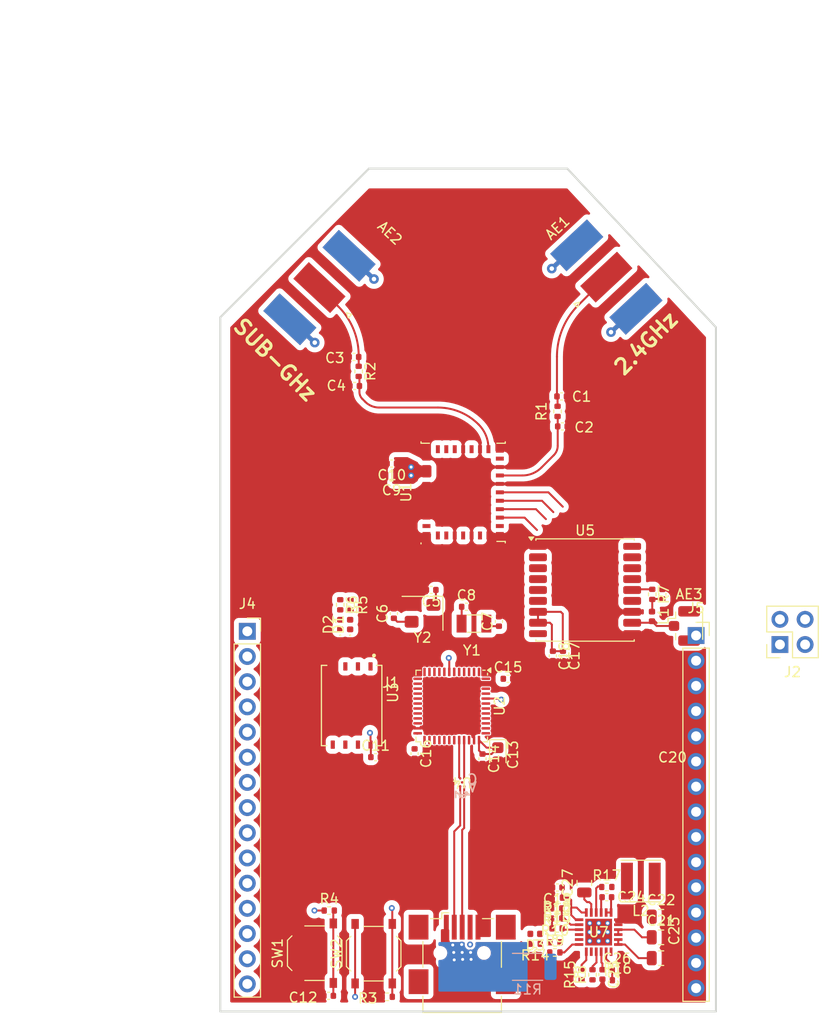
<source format=kicad_pcb>
(kicad_pcb (version 20241229) (generator "pcbnew") (generator_version "9.0")
  (layers (0 "F.Cu" signal) (4 "In1.Cu" signal) (6 "In2.Cu" signal) (2 "B.Cu" signal) (13 "F.Paste" user) (15 "B.Paste" user) (5 "F.SilkS" user "F.Silkscreen") (7 "B.SilkS" user "B.Silkscreen") (1 "F.Mask" user) (3 "B.Mask" user) (25 "Edge.Cuts" user))
  (net 0 "")
  (net 1 "GND")
  (net 2 "/LoRa-system/ControlUnit/PH0")
  (net 3 "/LoRa-system/ControlUnit/PH1")
  (net 5 "/LoRa-system/ControlUnit/PC14")
  (net 6 "/LoRa-system/ControlUnit/PC15")
  (net 9 "/LoRa-system/ControlUnit/NRST")
  (net 12 "+3.3V")
  (net 15 "/LoRa-system/ControlUnit/D1")
  (net 16 "Net-(AE1-A)")
  (net 17 "Net-(AE2-A)")
  (net 44 "Net-(U1-ANT_LORA_2.4G)")
  (net 45 "Net-(U1-ANT_LORA_SUB-G)")
  (net 54 "/LoRa-system/ControlUnit/D2")
  (net 55 "/LoRa-system/ComunicationUnit/GPS_RX")
  (net 56 "/LoRa-system/ComunicationUnit/GPS_TX")
  (net 57 "/LoRa-system/ControlUnit/BOOT0")
  (net 59 "Net-(J1-D+)")
  (net 60 "Net-(J1-D-)")
  (net 61 "/LoRa-system/ComunicationUnit/LoRa_BUSY")
  (net 64 "/LoRa-system/ComunicationUnit/LoRa_NSS")
  (net 65 "/LoRa-system/ComunicationUnit/LoRa_MOSI")
  (net 66 "/LoRa-system/ComunicationUnit/LoRa_MISO")
  (net 67 "/LoRa-system/ComunicationUnit/LoRa_SCK")
  (net 68 "/LoRa-system/ComunicationUnit/LoRa_NRST")
  (net 69 "Net-(D1-A)")
  (net 70 "/LoRa-system/ControlUnit/GPS_RX")
  (net 71 "/LoRa-system/ControlUnit/VBAT")
  (net 72 "Net-(D2-A)")
  (net 73 "/LoRa-system/ControlUnit/USB_D-")
  (net 74 "/LoRa-system/ControlUnit/GPS_TX")
  (net 75 "/LoRa-system/ControlUnit/USB_D+")
  (net 83 "/LoRa-system/ControlUnit/Mem_NSS")
  (net 84 "/LoRa-system/ControlUnit/Mem_SCK")
  (net 85 "/LoRa-system/ControlUnit/Mem_MOSI")
  (net 86 "/LoRa-system/ControlUnit/Mem_MISO")
  (net 87 "Net-(AE3-A)")
  (net 88 "Net-(C20-Pad1)")
  (net 89 "Net-(U5-VCC_RF)")
  (net 90 "Net-(J2-Pin_4)")
  (net 91 "Net-(J2-Pin_2)")
  (net 93 "/LoRa-system/PowerUnit/V_SYS")
  (net 94 "Net-(U7-VAC)")
  (net 95 "/LoRa-system/PowerUnit/TS")
  (net 96 "/LoRa-system/PowerUnit/PMID")
  (net 97 "/LoRa-system/PowerUnit/STAT")
  (net 98 "Net-(U7-BTST)")
  (net 99 "Net-(C24-Pad1)")
  (net 100 "/LoRa-system/PowerUnit/PMIC_CE#")
  (net 101 "/LoRa-system/PowerUnit/3V3")
  (net 102 "/LoRa-system/PowerUnit/I2C_PMIC_SDA")
  (net 103 "Net-(J3-Pin_1)")
  (net 104 "/LoRa-system/PowerUnit/I2C_PMIC_SCL")
  (net 105 "/LoRa-system/PowerUnit/PMID_GOOD")
  (net 106 "V_IN")
  (net 107 "Net-(D3-A)")
  (net 108 "/LoRa-system/PowerUnit/REGN")
  (net 109 "/LoRa-system/PowerUnit/INT_N")
  (net 110 "/LoRa-system/PowerUnit/PSEL")
  (net 111 "/LoRa-system/PowerUnit/QON_N")
  (net 112 "/LoRa-system/ComunicationUnit/I2C-SDA_GPS")
  (net 113 "/LoRa-system/ComunicationUnit/I2C-SCL_GPS")
  (footprint "Capacitor_SMD:C_0402_1005Metric" (layer "F.Cu") (at 133.55 138.15 -90)
    (property "Reference" "C18")
    (property "Value" "100nF")
  )
  (footprint "Resistor_SMD:R_0402_1005Metric" (layer "F.Cu") (at 138.99 161.45)
    (property "Reference" "R17")
    (property "Value" "10K")
  )
  (footprint "Capacitor_SMD:C_0402_1005Metric" (layer "F.Cu") (at 138.55 170.27 -90)
    (property "Reference" "C25")
    (property "Value" "0.1uF")
  )
  (footprint "Capacitor_SMD:C_0402_1005Metric" (layer "F.Cu") (at 144.6 131.92 90)
    (property "Reference" "C20")
    (property "Value" "100nF")
  )
  (footprint "Resistor_SMD:R_0402_1005Metric" (layer "F.Cu") (at 134 162.525 180)
    (property "Reference" "R12")
    (property "Value" "10K")
  )
  (footprint "Capacitor_SMD:C_0805_2012Metric" (layer "F.Cu") (at 144.475 166.525)
    (property "Reference" "C21")
    (property "Value" "10uF")
  )
  (footprint "LED_SMD:LED_0402_1005Metric" (layer "F.Cu") (at 112.1 134.985 90)
    (property "Reference" "D2")
    (property "Value" "RED")
  )
  (footprint "Capacitor_SMD:C_0603_1608Metric" (layer "F.Cu") (at 117.275 120 180)
    (property "Reference" "C9")
    (property "Value" "10uF")
  )
  (footprint "Capacitor_SMD:C_0402_1005Metric" (layer "F.Cu") (at 113.555 110.925 180)
    (property "Reference" "C4")
    (property "Value" "NU")
  )
  (footprint "Crystal:Crystal_SMD_3215-2Pin_3.2x1.5mm" (layer "F.Cu") (at 125.59 134.89 180)
    (property "Reference" "Y1")
    (property "Value" "32.768KHz")
  )
  (footprint "Capacitor_SMD:C_0402_1005Metric" (layer "F.Cu") (at 133.995 161.5 180)
    (property "Reference" "C19")
    (property "Value" "1uF")
  )
  (footprint "Capacitor_SMD:C_0402_1005Metric" (layer "F.Cu") (at 128.11 134.67 90)
    (property "Reference" "C7")
    (property "Value" "12pF")
  )
  (footprint "Connector_USB:USB_Mini-B_Wuerth_65100516121_Horizontal" (layer "F.Cu") (at 124.4 168.1)
    (property "Reference" "J1")
    (property "Value" "USB_B_Micro")
  )
  (footprint "Capacitor_SMD:C_0402_1005Metric" (layer "F.Cu") (at 124.83 133.19)
    (property "Reference" "C8")
    (property "Value" "12pF")
  )
  (footprint "LED_SMD:LED_0402_1005Metric" (layer "F.Cu") (at 131.765 166.175 180)
    (property "Reference" "D3")
    (property "Value" "GREEN")
  )
  (footprint "Resistor_SMD:R_0402_1005Metric" (layer "F.Cu") (at 116.84 172.525 180)
    (property "Reference" "R3")
    (property "Value" "10K")
  )
  (footprint "_W_SBC:WLCSP52-1-2_NEX" (layer "F.Cu") (at 124.4 150.9 180)
    (property "Reference" "U4")
    (property "Value" "PCMF1USB3S")
  )
  (footprint "Capacitor_SMD:C_0402_1005Metric" (layer "F.Cu") (at 134.445 111.975)
    (property "Reference" "C1")
    (property "Value" "NU")
  )
  (footprint "Capacitor_SMD:C_0402_1005Metric" (layer "F.Cu") (at 138.995 162.475 180)
    (property "Reference" "C24")
    (property "Value" "0.047uF")
  )
  (footprint "Resistor_SMD:R_0402_1005Metric" (layer "F.Cu") (at 140.065 170.85)
    (property "Reference" "R16")
    (property "Value" "10K")
  )
  (footprint "Resistor_SMD:R_0402_1005Metric" (layer "F.Cu") (at 136.45 170.29 90)
    (property "Reference" "R15")
    (property "Value" "10K")
  )
  (footprint "Resistor_SMD:R_0402_1005Metric" (layer "F.Cu") (at 113.14 133.02 -90)
    (property "Reference" "R5")
    (property "Value" "100")
  )
  (footprint "Connector_Coaxial:U.FL_Hirose_U.FL-R-SMT-1_Vertical" (layer "F.Cu") (at 146.825 135.125)
    (property "Reference" "AE3")
    (property "Value" "GPS")
  )
  (footprint "Button_Switch_SMD:SW_Push_1P1T_XKB_TS-1187A" (layer "F.Cu") (at 115.475 168.175 90)
    (property "Reference" "SW2")
    (property "Value" "BOOT0")
  )
  (footprint "Resistor_SMD:R_0402_1005Metric" (layer "F.Cu") (at 112.1 132.99 -90)
    (property "Reference" "R6")
    (property "Value" "100")
  )
  (footprint "Connector_PinSocket_2.54mm:PinSocket_1x15_P2.54mm_Vertical" (layer "F.Cu") (at 102.725 135.665)
    (property "Reference" "J4")
    (property "Value" "Conn_01x15_Pin")
  )
  (footprint "Capacitor_SMD:C_0402_1005Metric" (layer "F.Cu") (at 126.45 148.52 -90)
    (property "Reference" "C14")
    (property "Value" "100nF")
  )
  (footprint "Capacitor_SMD:C_0805_2012Metric" (layer "F.Cu") (at 144.475 168.625)
    (property "Reference" "C23")
    (property "Value" "10uF")
  )
  (footprint "Capacitor_SMD:C_0402_1005Metric" (layer "F.Cu") (at 113.48 108 180)
    (property "Reference" "C3")
    (property "Value" "NU")
  )
  (footprint "Connector_Coaxial:SMA_Molex_73251-1153_EdgeMount_Horizontal" (layer "F.Cu") (at 111.257928 102.173037 -43)
    (property "Reference" "AE2")
    (property "Value" "SUB-GHz")
  )
  (footprint "Resistor_SMD:R_0402_1005Metric" (layer "F.Cu") (at 137.55 170.3 90)
    (property "Reference" "R8")
    (property "Value" "10K")
  )
  (footprint "Resistor_SMD:R_0402_1005Metric" (layer "F.Cu") (at 131.765 167.175 180)
    (property "Reference" "R14")
    (property "Value" "2.2K")
  )
  (footprint "Capacitor_SMD:C_0805_2012Metric" (layer "F.Cu") (at 144.475 164.45)
    (property "Reference" "C22")
    (property "Value" "10uF")
  )
  (footprint "RF_GPS:ublox_MAX" (layer "F.Cu") (at 136.8 131.5)
    (property "Reference" "U5")
    (property "Value" "MAX-M10S")
  )
  (footprint "Resistor_SMD:R_0402_1005Metric" (layer "F.Cu") (at 133.94 163.61 180)
    (property "Reference" "R19")
    (property "Value" "0")
  )
  (footprint "Inductor_SMD:L_Taiyo-Yuden_MD-4040" (layer "F.Cu") (at 142.425 160.85 180)
    (property "Reference" "L2")
    (property "Value" "2.2uH")
  )
  (footprint "Connector_Coaxial:SMA_Molex_73251-1153_EdgeMount_Horizontal" (layer "F.Cu") (at 137.686649 101.119096 -137)
    (property "Reference" "AE1")
    (property "Value" "2.4Gz")
  )
  (footprint "Button_Switch_SMD:SW_Push_1P1T_XKB_TS-1187A" (layer "F.Cu") (at 109.525 168.125 90)
    (property "Reference" "SW1")
    (property "Value" "NRST")
  )
  (footprint "_W_LoRa:LBAA0XV2GT" (layer "F.Cu") (at 124.5 121.65 90)
    (property "Reference" "U1")
    (property "Value" "LBAA0XV2GT" (hide yes))
  )
  (footprint "Resistor_SMD:R_0402_1005Metric" (layer "F.Cu") (at 134.025 113.485 -90)
    (property "Reference" "R1")
    (property "Value" "0")
  )
  (footprint "Capacitor_SMD:C_0402_1005Metric" (layer "F.Cu") (at 117.51 133.87 90)
    (property "Reference" "C6")
    (property "Value" "12pF")
  )
  (footprint "Resistor_SMD:R_0402_1005Metric" (layer "F.Cu") (at 133.765 167.025)
    (property "Reference" "R10")
    (property "Value" "10K")
  )
  (footprint "Capacitor_SMD:C_0402_1005Metric" (layer "F.Cu") (at 134.52 115)
    (property "Reference" "C2")
    (property "Value" "NU")
  )
  (footprint "Capacitor_SMD:C_0402_1005Metric" (layer "F.Cu") (at 129.03 140.45)
    (property "Reference" "C15")
    (property "Value" "100nF")
  )
  (footprint "Capacitor_SMD:C_0402_1005Metric" (layer "F.Cu") (at 140.02 169.825)
    (property "Reference" "C26")
    (property "Value" "0.1uF")
  )
  (footprint "LED_SMD:LED_0402_1005Metric" (layer "F.Cu") (at 113.1 134.985 90)
    (property "Reference" "D1")
    (property "Value" "GREEN")
  )
  (footprint "Connector_PinSocket_2.54mm:PinSocket_1x15_P2.54mm_Vertical" (layer "F.Cu") (at 148 136.09)
    (property "Reference" "J5")
    (property "Value" "Conn_01x15_Pin")
  )
  (footprint "Resistor_SMD:R_0402_1005Metric" (layer "F.Cu") (at 113.96 109.45 -90)
    (property "Reference" "R2")
    (property "Value" "0")
  )
  (footprint "Resistor_SMD:R_0402_1005Metric" (layer "F.Cu") (at 133.94 164.625)
    (property "Reference" "R18")
    (property "Value" "2.21K")
  )
  (footprint "Resistor_SMD:R_0402_1005Metric" (layer "F.Cu") (at 133.975 165.625)
    (property "Reference" "R13")
    (property "Value" "2.21K")
  )
  (footprint "Capacitor_SMD:C_0805_2012Metric" (layer "F.Cu") (at 136.725 161.05 90)
    (property "Reference" "C27")
    (property "Value" "10uF")
  )
  (footprint "Capacitor_SMD:C_0402_1005Metric" (layer "F.Cu") (at 134.57 138.15 -90)
    (property "Reference" "C17")
    (property "Value" "100nF")
  )
  (footprint "Capacitor_SMD:C_0402_1005Metric" (layer "F.Cu") (at 115.67 148.3555)
    (property "Reference" "C11")
    (property "Value" "100nF")
  )
  (footprint "_W_LoRa:BQ25619ERTWR" (layer "F.Cu") (at 138.175 165.999997)
    (property "Reference" "U7")
    (property "Value" "BQ25619ERTWR")
  )
  (footprint "Crystal:Crystal_SMD_3225-4Pin_3.2x2.5mm" (layer "F.Cu") (at 120.4 133.85 180)
    (property "Reference" "Y2")
    (property "Value" "25MHz")
  )
  (footprint "Capacitor_SMD:C_0402_1005Metric" (layer "F.Cu") (at 110.925 172.425 180)
    (property "Reference" "C12")
    (property "Value" "100nF")
  )
  (footprint "Connector_PinSocket_2.54mm:PinSocket_2x02_P2.54mm_Vertical" (layer "F.Cu") (at 156.46 137 180)
    (property "Reference" "J2")
    (property "Value" "Con_GPS")
  )
  (footprint "Capacitor_SMD:C_0402_1005Metric" (layer "F.Cu") (at 119.6 148 -90)
    (property "Reference" "C16")
    (property "Value" "100nF")
  )
  (footprint "Package_DFN_QFN:QFN-48-1EP_7x7mm_P0.5mm_EP5.6x5.6mm" (layer "F.Cu") (at 123.35 143.2 -90)
    (property "Reference" "U2")
    (property "Value" "STM32L552CCUx")
  )
  (footprint "Resistor_SMD:R_0402_1005Metric" (layer "F.Cu") (at 133.75 168.05)
    (property "Reference" "R9")
    (property "Value" "10K")
  )
  (footprint "Capacitor_SMD:C_0402_1005Metric" (layer "F.Cu") (at 121.27 131.49 180)
    (property "Reference" "C5")
    (property "Value" "12pF")
  )
  (footprint "Resistor_SMD:R_0402_1005Metric" (layer "F.Cu") (at 110.99 163.825)
    (property "Reference" "R4")
    (property "Value" "100")
  )
  (footprint "_W_LoRa:SON127P600X800X65-8N" (layer "F.Cu") (at 113.25 143.1505 -90)
    (property "Reference" "U3")
    (property "Value" "MT29F4G01ABAFDWB-IT:F TR")
  )
  (footprint "Capacitor_SMD:C_0402_1005Metric" (layer "F.Cu") (at 117.3 118.75 180)
    (property "Reference" "C10")
    (property "Value" "100nF")
  )
  (footprint "Resistor_SMD:R_0402_1005Metric" (layer "F.Cu") (at 143.58 131.94 -90)
    (property "Reference" "R7")
    (property "Value" "100")
  )
  (footprint "Capacitor_Tantalum_SMD:CP_EIA-1608-08_AVX-J" (layer "F.Cu") (at 128 148.115 -90)
    (property "Reference" "C13")
    (property "Value" "2.2uF")
  )
  (footprint "Inductor_SMD:L_0402_1005Metric" (layer "F.Cu") (at 143.55 134.165 -90)
    (property "Reference" "L1")
    (property "Value" "27nH")
  )
  (footprint "Resistor_SMD:R_2010_5025Metric" (layer "B.Cu") (at 131 169.5)
    (property "Reference" "R11")
    (property "Value" "0.01")
  )
  (gr_line (start 115 89) (end 100 104) (stroke (width 0.2)) (layer "Edge.Cuts"))
  (gr_line (start 100 174) (end 150 174) (stroke (width 0.2)) (layer "Edge.Cuts"))
  (gr_line (start 150 174) (end 150 105) (stroke (width 0.2)) (layer "Edge.Cuts"))
  (gr_line (start 100 104) (end 100 174) (stroke (width 0.2)) (layer "Edge.Cuts"))
  (gr_line (start 150 105) (end 135 89) (stroke (width 0.2)) (layer "Edge.Cuts"))
  (gr_line (start 135 89) (end 115 89) (stroke (width 0.2)) (layer "Edge.Cuts"))
  (gr_text "2.4GHz" (at 140.65 110.15 45) (layer "F.SilkS") (effects (font (size 1.5 1.5) (thickness 0.3) (bold yes)) (justify left bottom)))
  (gr_text "SUB-GHz" (at 101 105 315) (layer "F.SilkS") (effects (font (size 1.5 1.5) (thickness 0.3) (bold yes)) (justify left bottom)))
  (segment (start 121.75 132.75) (end 121.5 133) (width 0.2) (layer "F.Cu") (net 2))
  (segment (start 121.75 131.49) (end 121.75 132.75) (width 0.2) (layer "F.Cu") (net 2))
  (segment (start 119.3 134.7) (end 117.86 134.7) (width 0.2) (layer "F.Cu") (net 3))
  (segment (start 117.86 134.7) (end 117.51 134.35) (width 0.2) (layer "F.Cu") (net 3))
  (segment (start 127.1 135.15) (end 126.84 134.89) (width 0.2) (layer "F.Cu") (net 5))
  (segment (start 128.11 135.15) (end 127.1 135.15) (width 0.2) (layer "F.Cu") (net 5))
  (segment (start 124.35 133.19) (end 124.35 134.88) (width 0.2) (layer "F.Cu") (net 6))
  (segment (start 124.35 134.88) (end 124.34 134.89) (width 0.2) (layer "F.Cu") (net 6))
  (segment (start 111.4 163.925) (end 111.5 163.825) (width 0.2) (layer "F.Cu") (net 9))
  (segment (start 123.1 138.4) (end 123.05 138.35) (width 0.2) (layer "F.Cu") (net 9))
  (segment (start 111.4 171.125) (end 111.4 165.125) (width 0.2) (layer "F.Cu") (net 9))
  (segment (start 111.4 165.125) (end 111.4 163.925) (width 0.2) (layer "F.Cu") (net 9))
  (segment (start 111.405 172.425) (end 111.405 171.13) (width 0.2) (layer "F.Cu") (net 9))
  (segment (start 111.405 171.13) (end 111.4 171.125) (width 0.2) (layer "F.Cu") (net 9))
  (segment (start 123.1 139.7625) (end 123.1 138.4) (width 0.2) (layer "F.Cu") (net 9))
  (via (at 123.05 138.35) (size 0.6) (drill 0.3) (layers "F.Cu" "B.Cu") (net 9))
  (segment (start 132.05 133.7) (end 134.35 133.7) (width 0.2) (layer "F.Cu") (net 12))
  (segment (start 133.45 137.57) (end 133.55 137.67) (width 0.2) (layer "F.Cu") (net 12))
  (segment (start 133.25 134.8) (end 133.45 135) (width 0.2) (layer "F.Cu") (net 12))
  (segment (start 133.45 135) (end 133.45 137.57) (width 0.2) (layer "F.Cu") (net 12))
  (segment (start 134.57 137.67) (end 133.55 137.67) (width 0.2) (layer "F.Cu") (net 12))
  (segment (start 126.1 146.6375) (end 126.1 147.69) (width 0.2) (layer "F.Cu") (net 12))
  (segment (start 126.1 147.69) (end 126.45 148.04) (width 0.2) (layer "F.Cu") (net 12))
  (segment (start 119.8625 146) (end 119.9125 145.95) (width 0.2) (layer "F.Cu") (net 12))
  (segment (start 126.45 148.04) (end 127.36 148.04) (width 0.2) (layer "F.Cu") (net 12))
  (segment (start 118.1 119.95) (end 118.05 120) (width 0.2) (layer "F.Cu") (net 12))
  (segment (start 134.55 133.9) (end 134.55 137.65) (width 0.2) (layer "F.Cu") (net 12))
  (segment (start 115.19 147.1305) (end 115.155 147.0955) (width 0.2) (layer "F.Cu") (net 12))
  (segment (start 134.55 137.65) (end 134.57 137.67) (width 0.2) (layer "F.Cu") (net 12))
  (segment (start 132.05 134.8) (end 133.25 134.8) (width 0.2) (layer "F.Cu") (net 12))
  (segment (start 134.35 133.7) (end 134.55 133.9) (width 0.2) (layer "F.Cu") (net 12))
  (segment (start 115.19 148.3555) (end 115.19 147.1305) (width 0.2) (layer "F.Cu") (net 12))
  (segment (start 120.800001 119.1) (end 120.800001 119.95) (width 0.2) (layer "F.Cu") (net 12))
  (segment (start 132.05 133.7) (end 132.05 134.8) (width 0.2) (layer "F.Cu") (net 12))
  (segment (start 127.36 148.04) (end 128 147.4) (width 0.2) (layer "F.Cu") (net 12))
  (segment (start 110.48 163.825) (end 109.5 163.825) (width 0.2) (layer "F.Cu") (net 12))
  (segment (start 115.155 147.0955) (end 115.155 145.9605) (width 0.2) (layer "F.Cu") (net 12))
  (segment (start 113.6 171.175) (end 113.6 172.525) (width 0.2) (layer "F.Cu") (net 12))
  (segment (start 115.155 145.9605) (end 115.1 145.9055) (width 0.2) (layer "F.Cu") (net 12))
  (segment (start 126.8625 147.4) (end 126.1 146.6375) (width 0.2) (layer "F.Cu") (net 12))
  (segment (start 128 147.4) (end 126.8625 147.4) (width 0.2) (layer "F.Cu") (net 12))
  (segment (start 113.6 171.175) (end 113.6 165.175) (width 0.2) (layer "F.Cu") (net 12))
  (via (at 113.6 172.525) (size 0.6) (drill 0.3) (layers "F.Cu" "B.Cu") (net 12))
  (via (at 125.2 167.25) (size 0.6) (drill 0.3) (layers "F.Cu" "B.Cu") (net 12))
  (via (at 119.25 119.95) (size 0.6) (drill 0.3) (layers "F.Cu" "B.Cu") (net 12))
  (via (at 115.1 145.9055) (size 0.6) (drill 0.3) (layers "F.Cu" "B.Cu") (net 12))
  (via (at 119.25 119.1) (size 0.6) (drill 0.3) (layers "F.Cu" "B.Cu") (net 12))
  (via (at 109.5 163.825) (size 0.6) (drill 0.3) (layers "F.Cu" "B.Cu") (net 12))
  (segment (start 133.965 111.975) (end 133.965 107.969888) (width 0.2) (layer "F.Cu") (net 16))
  (segment (start 136.117611 102.773025) (end 138.944578 99.946058) (width 0.2) (layer "F.Cu") (net 16))
  (segment (start 134.025 112.975) (end 134.025 112.035) (width 0.2) (layer "F.Cu") (net 16))
  (segment (start 134.025 112.035) (end 133.965 111.975) (width 0.2) (layer "F.Cu") (net 16))
  (arc (start 136.117611 102.773025) (mid 134.524445 105.157366) (end 133.965 107.969888) (width 0.2) (layer "F.Cu") (net 16))
  (segment (start 113.96 107.864775) (end 113.96 108.94) (width 0.2) (layer "F.Cu") (net 17))
  (segment (start 110 101) (end 111.906014 102.906014) (width 0.2) (layer "F.Cu") (net 17))
  (arc (start 113.96 107.864775) (mid 113.426186 105.181113) (end 111.906014 102.906014) (width 0.2) (layer "F.Cu") (net 17))
  (segment (start 133.646069 117.903294) (end 132.401113 119.14825) (width 0.2) (layer "F.Cu") (net 44))
  (segment (start 133.646706 117.903294) (end 133.646069 117.903294) (width 0.2) (layer "F.Cu") (net 44))
  (segment (start 134.04 115) (end 134.04 116.953854) (width 0.2) (layer "F.Cu") (net 44))
  (segment (start 134.04 115) (end 134.04 114.01) (width 0.2) (layer "F.Cu") (net 44))
  (segment (start 132.401113 119.14825) (end 132.401113 119.14889) (width 0.2) (layer "F.Cu") (net 44))
  (segment (start 130.467283 119.95) (end 128.199999 119.95) (width 0.2) (layer "F.Cu") (net 44))
  (segment (start 134.04 114.01) (end 134.025 113.995) (width 0.2) (layer "F.Cu") (net 44))
  (arc (start 132.401113 119.14889) (mid 131.513884 119.741796) (end 130.467283 119.95) (width 0.2) (layer "F.Cu") (net 44))
  (arc (start 134.04 116.953854) (mid 133.937798 117.467663) (end 133.646706 117.903294) (width 0.2) (layer "F.Cu") (net 44))
  (segment (start 114.035 110.035) (end 113.96 109.96) (width 0.2) (layer "F.Cu") (net 45))
  (segment (start 114.035 110.925) (end 114.035 111.520786) (width 0.2) (layer "F.Cu") (net 45))
  (segment (start 114.327893 112.227893) (end 114.328494 112.227893) (width 0.2) (layer "F.Cu") (net 45))
  (segment (start 114.614214 112.513613) (end 114.614214 112.514214) (width 0.2) (layer "F.Cu") (net 45))
  (segment (start 114.328494 112.227893) (end 114.614214 112.513613) (width 0.2) (layer "F.Cu") (net 45))
  (segment (start 114.035 110.925) (end 114.035 110.035) (width 0.2) (layer "F.Cu") (net 45))
  (segment (start 126.042969 114.792969) (end 126.067632 114.817632) (width 0.2) (layer "F.Cu") (net 45))
  (segment (start 116.028188 113.1) (end 121.955781 113.1) (width 0.2) (layer "F.Cu") (net 45))
  (segment (start 127.05 117.18928) (end 127.05 117.3) (width 0.2) (layer "F.Cu") (net 45))
  (arc (start 126.067632 114.817632) (mid 126.794691 115.905754) (end 127.05 117.18928) (width 0.2) (layer "F.Cu") (net 45))
  (arc (start 114.614214 112.514214) (mid 115.262953 112.947766) (end 116.028188 113.1) (width 0.2) (layer "F.Cu") (net 45))
  (arc (start 114.035 111.520786) (mid 114.11112 111.90347) (end 114.327893 112.227893) (width 0.2) (layer "F.Cu") (net 45))
  (arc (start 121.955781 113.1) (mid 124.167751 113.539988) (end 126.042969 114.792969) (width 0.2) (layer "F.Cu") (net 45))
  (segment (start 117.35 165.175) (end 117.35 171.175) (width 0.2) (layer "F.Cu") (net 57))
  (segment (start 128.25 142.45) (end 128.35 142.55) (width 0.2) (layer "F.Cu") (net 57))
  (segment (start 126.7875 142.45) (end 128.25 142.45) (width 0.2) (layer "F.Cu") (net 57))
  (segment (start 117.35 172.525) (end 117.35 171.175) (width 0.2) (layer "F.Cu") (net 57))
  (segment (start 117.35 163.625) (end 117.3 163.575) (width 0.2) (layer "F.Cu") (net 57))
  (segment (start 117.35 165.175) (end 117.35 163.625) (width 0.2) (layer "F.Cu") (net 57))
  (via (at 117.3 163.575) (size 0.6) (drill 0.3) (layers "F.Cu" "B.Cu") (net 57))
  (via (at 128.35 142.55) (size 0.6) (drill 0.3) (layers "F.Cu" "B.Cu") (net 57))
  (segment (start 124.4 155.7) (end 124.6 155.5) (width 0.2) (layer "F.Cu") (net 59))
  (segment (start 124.6 155.5) (end 124.6 151.3) (width 0.2) (layer "F.Cu") (net 59))
  (segment (start 124.4 165.5) (end 124.4 155.7) (width 0.2) (layer "F.Cu") (net 59))
  (segment (start 124.2 152.4) (end 124.2 151.3) (width 0.2) (layer "F.Cu") (net 60))
  (segment (start 123.6 155.85) (end 124.2 155.25) (width 0.2) (layer "F.Cu") (net 60))
  (segment (start 124.2 152.4) (end 124.2 155.25) (width 0.2) (layer "F.Cu") (net 60))
  (segment (start 123.6 165.5) (end 123.6 155.85) (width 0.2) (layer "F.Cu") (net 60))
  (segment (start 128.199999 124.2) (end 130.7 124.2) (width 0.2) (layer "F.Cu") (net 64))
  (segment (start 130.7 124.2) (end 131.5 125) (width 0.2) (layer "F.Cu") (net 64))
  (segment (start 131.5 125) (end 131.95 125.45) (width 0.2) (layer "F.Cu") (net 64))
  (segment (start 132.45 122.5) (end 133.3 123.35) (width 0.2) (layer "F.Cu") (net 65))
  (segment (start 128.199999 122.5) (end 132.45 122.5) (width 0.2) (layer "F.Cu") (net 65))
  (segment (start 133.3 123.35) (end 133.6 123.65) (width 0.2) (layer "F.Cu") (net 65))
  (segment (start 131.85 123.35) (end 132.85 124.35) (width 0.2) (layer "F.Cu") (net 66))
  (segment (start 128.199999 123.35) (end 131.85 123.35) (width 0.2) (layer "F.Cu") (net 66))
  (segment (start 134.3 122.85) (end 134.55 123.1) (width 0.2) (layer "F.Cu") (net 67))
  (segment (start 133.1 121.65) (end 134.3 122.85) (width 0.2) (layer "F.Cu") (net 67))
  (segment (start 128.199999 121.65) (end 133.1 121.65) (width 0.2) (layer "F.Cu") (net 67))
  (segment (start 124.1 150.4) (end 124.2 150.5) (width 0.2) (layer "F.Cu") (net 73))
  (segment (start 124.1 146.6375) (end 124.1 150.4) (width 0.2) (layer "F.Cu") (net 73))
  (segment (start 124.6 146.6375) (end 124.6 150.5) (width 0.2) (layer "F.Cu") (net 75))
  (segment (start 143.55 134.65) (end 143.85 134.65) (width 0.2) (layer "F.Cu") (net 87))
  (segment (start 141.55 134.8) (end 143.4 134.8) (width 0.2) (layer "F.Cu") (net 87))
  (segment (start 145.775 135.125) (end 144.025 135.125) (width 0.2) (layer "F.Cu") (net 87))
  (segment (start 143.85 134.65) (end 144.025 134.825) (width 0.2) (layer "F.Cu") (net 87))
  (segment (start 144.025 135.125) (end 143.55 134.65) (width 0.2) (layer "F.Cu") (net 87))
  (segment (start 143.4 134.8) (end 143.55 134.65) (width 0.2) (layer "F.Cu") (net 87))
  (segment (start 143.58 132.45) (end 143.58 133.65) (width 0.2) (layer "F.Cu") (net 88))
  (segment (start 144.6 132.4) (end 143.63 132.4) (width 0.2) (layer "F.Cu") (net 88))
  (segment (start 143.63 132.4) (end 143.58 132.45) (width 0.2) (layer "F.Cu") (net 88))
  (segment (start 143.58 133.65) (end 143.55 133.68) (width 0.2) (layer "F.Cu") (net 88))
  (segment (start 143.58 131.43) (end 141.62 131.43) (width 0.2) (layer "F.Cu") (net 89))
  (segment (start 141.62 131.43) (end 141.55 131.5) (width 0.2) (layer "F.Cu") (net 89))
  (segment (start 140.15 165.75) (end 141.775 165.75) (width 0.2) (layer "F.Cu") (net 93))
  (segment (start 141.775 165.75) (end 142.55 166.525) (width 0.2) (layer "F.Cu") (net 93))
  (segment (start 140.15 166.249999) (end 140.15 165.75) (width 0.2) (layer "F.Cu") (net 93))
  (segment (start 142.55 166.525) (end 143.525 166.525) (width 0.2) (layer "F.Cu") (net 93))
  (segment (start 135.4 163.525) (end 135.4 162.775) (width 0.2) (layer "F.Cu") (net 94))
  (segment (start 136.449997 164.024997) (end 135.95 163.525) (width 0.2) (layer "F.Cu") (net 94))
  (segment (start 135.4 164.275) (end 135.4 163.525) (width 0.2) (layer "F.Cu") (net 94))
  (segment (start 135.4 162.775) (end 135.15 162.525) (width 0.2) (layer "F.Cu") (net 94))
  (segment (start 134.51 162.525) (end 134.51 161.535) (width 0.2) (layer "F.Cu") (net 94))
  (segment (start 136.2 164.749994) (end 135.874994 164.749994) (width 0.2) (layer "F.Cu") (net 94))
  (segment (start 136.925003 164.024997) (end 136.449997 164.024997) (width 0.2) (layer "F.Cu") (net 94))
  (segment (start 134.51 162.525) (end 135.15 162.525) (width 0.2) (layer "F.Cu") (net 94))
  (segment (start 135.874994 164.749994) (end 135.4 164.275) (width 0.2) (layer "F.Cu") (net 94))
  (segment (start 135.95 163.525) (end 135.4 163.525) (width 0.2) (layer "F.Cu") (net 94))
  (segment (start 134.51 161.535) (end 134.475 161.5) (width 0.2) (layer "F.Cu") (net 94))
  (segment (start 139.54 169.825) (end 139.54 170.835) (width 0.2) (layer "F.Cu") (net 95))
  (segment (start 139.54 170.835) (end 139.555 170.85) (width 0.2) (layer "F.Cu") (net 95))
  (segment (start 138.924998 168.699998) (end 139.54 169.315) (width 0.2) (layer "F.Cu") (net 95))
  (segment (start 139.54 169.315) (end 139.54 169.825) (width 0.2) (layer "F.Cu") (net 95))
  (segment (start 138.924998 167.974997) (end 138.924998 168.699998) (width 0.2) (layer "F.Cu") (net 95))
  (segment (start 137.425002 163.175002) (end 137.425002 164.024997) (width 0.2) (layer "F.Cu") (net 96))
  (segment (start 137 162.975) (end 137.225 162.975) (width 0.2) (layer "F.Cu") (net 96))
  (segment (start 137.225 162.975) (end 137.425002 163.175002) (width 0.2) (layer "F.Cu") (net 96))
  (segment (start 136.725 162) (end 136.725 162.7) (width 0.2) (layer "F.Cu") (net 96))
  (segment (start 136.725 162.7) (end 137 162.975) (width 0.2) (layer "F.Cu") (net 96))
  (segment (start 138.425002 164.024997) (end 138.425002 162.564998) (width 0.2) (layer "F.Cu") (net 98))
  (segment (start 138.425002 162.564998) (end 138.515 162.475) (width 0.2) (layer "F.Cu") (net 98))
  (segment (start 138.425002 162.284998) (end 138.45 162.26) (width 0.2) (layer "F.Cu") (net 98))
  (segment (start 139.425003 164.024997) (end 139.425003 162.524997) (width 0.2) (layer "F.Cu") (net 99))
  (segment (start 139.425003 162.524997) (end 139.475 162.475) (width 0.2) (layer "F.Cu") (net 99))
  (segment (start 138.925004 164.024997) (end 139.425003 164.024997) (width 0.2) (layer "F.Cu") (net 99))
  (segment (start 137.55 169.79) (end 137.55 169.46) (width 0.2) (layer "F.Cu") (net 100))
  (segment (start 137.949997 169.059997) (end 137.949997 168.134999) (width 0.2) (layer "F.Cu") (net 100))
  (segment (start 137.95 169.06) (end 137.949997 169.059997) (width 0.2) (layer "F.Cu") (net 100))
  (segment (start 137.55 169.46) (end 137.95 169.06) (width 0.2) (layer "F.Cu") (net 100))
  (segment (start 134.26 168.05) (end 134.71 168.05) (width 0.2) (layer "F.Cu") (net 102))
  (segment (start 134.71 168.05) (end 135.510004 167.249996) (width 0.2) (layer "F.Cu") (net 102))
  (segment (start 135.510004 167.249996) (end 136.434999 167.249996) (width 0.2) (layer "F.Cu") (net 102))
  (segment (start 140.825 167.25) (end 142.2 168.625) (width 0.2) (layer "F.Cu") (net 103))
  (segment (start 140.15 167.25) (end 140.825 167.25) (width 0.2) (layer "F.Cu") (net 103))
  (segment (start 138.55 169.79) (end 138.55 169.16) (width 0.2) (layer "F.Cu") (net 103))
  (segment (start 138.449996 168.134999) (end 138.449996 169.059996) (width 0.2) (layer "F.Cu") (net 103))
  (segment (start 140.15 167.25) (end 140.15 166.750001) (width 0.2) (layer "F.Cu") (net 103))
  (segment (start 142.2 168.625) (end 143.525 168.625) (width 0.2) (layer "F.Cu") (net 103))
  (segment (start 138.55 169.16) (end 138.449996 169.059996) (width 0.2) (layer "F.Cu") (net 103))
  (segment (start 136.2 165.749995) (end 134.609995 165.749995) (width 0.2) (layer "F.Cu") (net 105))
  (segment (start 134.609995 165.749995) (end 134.485 165.625) (width 0.2) (layer "F.Cu") (net 105))
  (via (at 124.35 167.25) (size 0.6) (drill 0.3) (layers "F.Cu" "B.Cu") (net 106))
  (via (at 125.25 168.05) (size 0.6) (drill 0.3) (layers "F.Cu" "B.Cu") (net 106))
  (via (at 124.4 168.05) (size 0.6) (drill 0.3) (layers "F.Cu" "B.Cu") (net 106))
  (via (at 123.45 167.3) (size 0.6) (drill 0.3) (layers "F.Cu" "B.Cu") (net 106))
  (via (at 123.6 168.8) (size 0.6) (drill 0.3) (layers "F.Cu" "B.Cu") (net 106))
  (via (at 123.55 168.05) (size 0.6) (drill 0.3) (layers "F.Cu" "B.Cu") (net 106))
  (via (at 125.3 168.75) (size 0.6) (drill 0.3) (layers "F.Cu" "B.Cu") (net 106))
  (via (at 124.45 168.75) (size 0.6) (drill 0.3) (layers "F.Cu" "B.Cu") (net 106))
  (segment (start 137.925003 164.024997) (end 137.925003 161.574997) (width 0.2) (layer "F.Cu") (net 108))
  (segment (start 138.105 161.395) (end 138.55 161.395) (width 0.2) (layer "F.Cu") (net 108))
  (segment (start 133.465 165.625) (end 133.465 164.66) (width 0.2) (layer "F.Cu") (net 108))
  (segment (start 133.465 164.66) (end 133.43 164.625) (width 0.2) (layer "F.Cu") (net 108))
  (segment (start 137.925003 161.574997) (end 138.105 161.395) (width 0.2) (layer "F.Cu") (net 108))
  (segment (start 136.924997 168.825003) (end 136.924997 167.974997) (width 0.2) (layer "F.Cu") (net 109))
  (segment (start 136.45 169.3) (end 136.924997 168.825003) (width 0.2) (layer "F.Cu") (net 109))
  (segment (start 136.45 169.78) (end 136.45 169.3) (width 0.2) (layer "F.Cu") (net 109))
  (segment (start 136.2 165.249993) (end 135.349993 165.249993) (width 0.2) (layer "F.Cu") (net 110))
  (segment (start 134.725 164.625) (end 134.45 164.625) (width 0.2) (layer "F.Cu") (net 110))
  (segment (start 134.45 164.625) (end 134.45 163.61) (width 0.2) (layer "F.Cu") (net 110))
  (segment (start 135.349993 165.249993) (end 134.725 164.625) (width 0.2) (layer "F.Cu") (net 110))
  (zone (net 1) (net_name "GND") (layer "F.Cu") (connect_pads yes (clearance 0.5)) (min_thickness 0.25) (fill yes (thermal_gap 0.5) (thermal_bridge_width 0.5))
    (polygon (pts (xy 101 105) (xy 101 173.1) (xy 149 173.1) (xy 149 106) (xy 135 91) (xy 115 91)))
  )
  (zone (net 12) (net_name "+3.3V") (layer "F.Cu") (priority 1) (connect_pads yes (clearance 0.5)) (min_thickness 0.25) (fill yes (thermal_gap 0.5) (thermal_bridge_width 0.5))
    (polygon (pts (xy 121.3 118.75) (xy 120.2 118.75) (xy 118.9 118.1) (xy 117.3 118.1) (xy 117.3 120.8) (xy 119.5 120.8) (xy 120.2 120.3) (xy 121.3 120.3)))
  )
  (zone (net 106) (net_name "V_IN") (layer "F.Cu") (priority 2) (connect_pads yes (clearance 0.25)) (min_thickness 0.25) (fill yes (thermal_gap 0.5) (thermal_bridge_width 0.5) (smoothing chamfer))
    (polygon (pts (xy 122.25 169.15) (xy 127.95 169.15) (xy 127.95 167) (xy 123.15 167) (xy 123.15 165.7) (xy 122.25 165.7)))
  )
  (zone (net 106) (net_name "V_IN") (layer "B.Cu") (priority 3) (connect_pads yes (clearance 0.25)) (min_thickness 0.25) (fill yes (thermal_gap 0.5) (thermal_bridge_width 0.5) (smoothing chamfer))
    (polygon (pts (xy 122 167) (xy 131 167) (xy 131 172) (xy 122 172)))
  )
)
</source>
